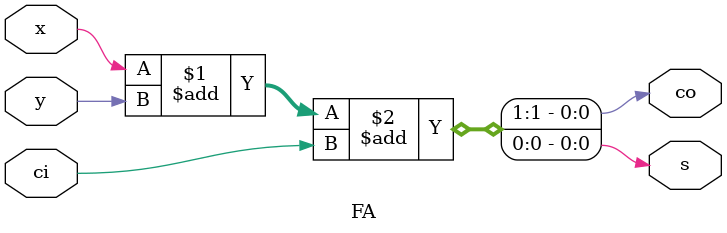
<source format=v>
`timescale 1ns / 1ps

module FA(x,y,ci,s,co);

input x,y,ci;
output s,co;
/*
assign s=(x^y)^ci;
assign co=(x&y)|((x^y)&ci);
*/

assign {co,s}=x+y+ci;

endmodule

</source>
